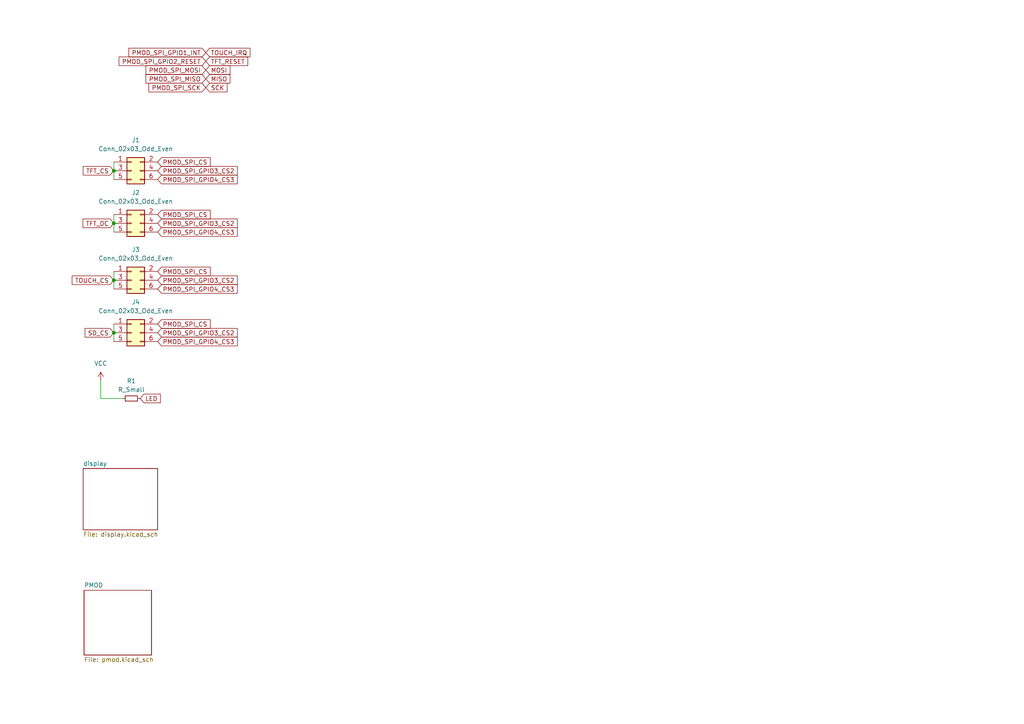
<source format=kicad_sch>
(kicad_sch (version 20230121) (generator eeschema)
  (paper "A4")
  (lib_symbols
    (symbol "Connector_Generic:Conn_02x03_Odd_Even" (pin_names (offset 1.016) hide)
      (property "Reference" "J" (at 1.27 5.08 0))
      (property "Value" "Conn_02x03_Odd_Even" (at 1.27 -5.08 0))
      (symbol "Conn_02x03_Odd_Even_1_1"
        (rectangle (start -1.27 -2.413) (end 0 -2.667) (stroke (width 0.1524)))
        (rectangle (start -1.27 0.127) (end 0 -0.127) (stroke (width 0.1524)))
        (rectangle (start -1.27 2.667) (end 0 2.413) (stroke (width 0.1524)))
        (rectangle (start -1.27 3.81) (end 3.81 -3.81) (stroke (width 0.254)) (fill (type background)))
        (rectangle (start 3.81 -2.413) (end 2.54 -2.667) (stroke (width 0.1524)))
        (rectangle (start 3.81 0.127) (end 2.54 -0.127) (stroke (width 0.1524)))
        (rectangle (start 3.81 2.667) (end 2.54 2.413) (stroke (width 0.1524)))
        (pin passive line (at -5.08 2.54 0) (length 3.81) (name "Pin_1") (number "1"))
        (pin passive line (at 7.62 2.54 180) (length 3.81) (name "Pin_2") (number "2"))
        (pin passive line (at -5.08 0 0) (length 3.81) (name "Pin_3") (number "3"))
        (pin passive line (at 7.62 0 180) (length 3.81) (name "Pin_4") (number "4"))
        (pin passive line (at -5.08 -2.54 0) (length 3.81) (name "Pin_5") (number "5"))
        (pin passive line (at 7.62 -2.54 180) (length 3.81) (name "Pin_6") (number "6"))
      )
    )
    (symbol "Device:R_Small" (pin_numbers hide) (pin_names (offset 0.254) hide)
      (property "Reference" "R" (at 0.762 0.508 0))
      (property "Value" "R_Small" (at 0.762 -1.016 0))
      (symbol "R_Small_0_1"
        (rectangle (start -0.762 1.778) (end 0.762 -1.778) (stroke (width 0.2032)))
      )
      (symbol "R_Small_1_1"
        (pin passive line (at 0 2.54 270) (length 0.762) (name "~") (number "1"))
        (pin passive line (at 0 -2.54 90) (length 0.762) (name "~") (number "2"))
      )
    )
    (symbol "power:VCC" (power) (pin_names (offset 0))
      (property "Value" "VCC" (at 0 3.81 0))
      (symbol "VCC_0_1"
        (polyline (pts (xy -0.762 1.27) (xy 0 2.54)))
        (polyline (pts (xy 0 0) (xy 0 2.54)))
        (polyline (pts (xy 0 2.54) (xy 0.762 1.27)))
      )
      (symbol "VCC_1_1"
        (pin power_in line (at 0 0 90) (length 0) hide (name "VCC") (number "1"))
      )
    )
  )
  (junction (at 33.02 81.28))
  (junction (at 33.02 96.52))
  (junction (at 33.02 49.53))
  (junction (at 33.02 64.77))
  (wire (pts (xy 33.02 64.77) (xy 33.02 67.31)))
  (wire (pts (xy 33.02 49.53) (xy 33.02 52.07)))
  (wire (pts (xy 33.02 93.98) (xy 33.02 96.52)))
  (wire (pts (xy 33.02 62.23) (xy 33.02 64.77)))
  (wire (pts (xy 33.02 81.28) (xy 33.02 83.82)))
  (wire (pts (xy 33.02 78.74) (xy 33.02 81.28)))
  (wire (pts (xy 33.02 46.99) (xy 33.02 49.53)))
  (wire (pts (xy 33.02 96.52) (xy 33.02 99.06)))
  (wire (pts (xy 29.21 115.57) (xy 35.56 115.57)))
  (wire (pts (xy 29.21 110.49) (xy 29.21 115.57)))
  (global_label "TFT_DC" (shape input) (at 33.02 64.77 180) (property "Intersheetrefs" "${INTERSHEET_REFS}" (effects hide)))
  (global_label "PMOD_SPI_SCK" (shape input) (at 59.69 25.4 180) (property "Intersheetrefs" "${INTERSHEET_REFS}" (effects hide)) (property "Intersheet-verwijzingen" "${INTERSHEET_REFS}" (effects hide)))
  (global_label "PMOD_SPI_GPIO4_CS3" (shape input) (at 45.72 83.82 0) (property "Intersheetrefs" "${INTERSHEET_REFS}" (effects hide)) (property "Intersheet-verwijzingen" "${INTERSHEET_REFS}" (effects hide)))
  (global_label "MISO" (shape input) (at 59.69 22.86 0) (property "Intersheetrefs" "${INTERSHEET_REFS}" (effects hide)))
  (global_label "PMOD_SPI_GPIO4_CS3" (shape input) (at 45.72 67.31 0) (property "Intersheetrefs" "${INTERSHEET_REFS}" (effects hide)) (property "Intersheet-verwijzingen" "${INTERSHEET_REFS}" (effects hide)))
  (global_label "PMOD_SPI_CS" (shape input) (at 45.72 62.23 0) (property "Intersheetrefs" "${INTERSHEET_REFS}" (effects hide)) (property "Intersheet-verwijzingen" "${INTERSHEET_REFS}" (effects hide)))
  (global_label "PMOD_SPI_GPIO2_RESET" (shape input) (at 59.69 17.78 180) (property "Intersheetrefs" "${INTERSHEET_REFS}" (effects hide)) (property "Intersheet-verwijzingen" "${INTERSHEET_REFS}" (effects hide)))
  (global_label "PMOD_SPI_CS" (shape input) (at 45.72 93.98 0) (property "Intersheetrefs" "${INTERSHEET_REFS}" (effects hide)) (property "Intersheet-verwijzingen" "${INTERSHEET_REFS}" (effects hide)))
  (global_label "TOUCH_IRQ" (shape input) (at 59.69 15.24 0) (property "Intersheetrefs" "${INTERSHEET_REFS}" (effects hide)))
  (global_label "PMOD_SPI_MISO" (shape input) (at 59.69 22.86 180) (property "Intersheetrefs" "${INTERSHEET_REFS}" (effects hide)) (property "Intersheet-verwijzingen" "${INTERSHEET_REFS}" (effects hide)))
  (global_label "TOUCH_CS" (shape input) (at 33.02 81.28 180) (property "Intersheetrefs" "${INTERSHEET_REFS}" (effects hide)))
  (global_label "PMOD_SPI_GPIO3_CS2" (shape input) (at 45.72 49.53 0) (property "Intersheetrefs" "${INTERSHEET_REFS}" (effects hide)) (property "Intersheet-verwijzingen" "${INTERSHEET_REFS}" (effects hide)))
  (global_label "SD_CS" (shape input) (at 33.02 96.52 180) (property "Intersheetrefs" "${INTERSHEET_REFS}" (effects hide)))
  (global_label "SCK" (shape input) (at 59.69 25.4 0) (property "Intersheetrefs" "${INTERSHEET_REFS}" (effects hide)))
  (global_label "LED" (shape input) (at 40.64 115.57 0) (property "Intersheetrefs" "${INTERSHEET_REFS}" (effects hide)))
  (global_label "PMOD_SPI_GPIO3_CS2" (shape input) (at 45.72 96.52 0) (property "Intersheetrefs" "${INTERSHEET_REFS}" (effects hide)) (property "Intersheet-verwijzingen" "${INTERSHEET_REFS}" (effects hide)))
  (global_label "PMOD_SPI_GPIO1_INT" (shape input) (at 59.69 15.24 180) (property "Intersheetrefs" "${INTERSHEET_REFS}" (effects hide)) (property "Intersheet-verwijzingen" "${INTERSHEET_REFS}" (effects hide)))
  (global_label "PMOD_SPI_CS" (shape input) (at 45.72 46.99 0) (property "Intersheetrefs" "${INTERSHEET_REFS}" (effects hide)) (property "Intersheet-verwijzingen" "${INTERSHEET_REFS}" (effects hide)))
  (global_label "PMOD_SPI_CS" (shape input) (at 45.72 78.74 0) (property "Intersheetrefs" "${INTERSHEET_REFS}" (effects hide)) (property "Intersheet-verwijzingen" "${INTERSHEET_REFS}" (effects hide)))
  (global_label "PMOD_SPI_GPIO4_CS3" (shape input) (at 45.72 99.06 0) (property "Intersheetrefs" "${INTERSHEET_REFS}" (effects hide)) (property "Intersheet-verwijzingen" "${INTERSHEET_REFS}" (effects hide)))
  (global_label "PMOD_SPI_GPIO3_CS2" (shape input) (at 45.72 81.28 0) (property "Intersheetrefs" "${INTERSHEET_REFS}" (effects hide)) (property "Intersheet-verwijzingen" "${INTERSHEET_REFS}" (effects hide)))
  (global_label "TFT_RESET" (shape input) (at 59.69 17.78 0) (property "Intersheetrefs" "${INTERSHEET_REFS}" (effects hide)))
  (global_label "PMOD_SPI_GPIO3_CS2" (shape input) (at 45.72 64.77 0) (property "Intersheetrefs" "${INTERSHEET_REFS}" (effects hide)) (property "Intersheet-verwijzingen" "${INTERSHEET_REFS}" (effects hide)))
  (global_label "TFT_CS" (shape input) (at 33.02 49.53 180) (property "Intersheetrefs" "${INTERSHEET_REFS}" (effects hide)))
  (global_label "PMOD_SPI_GPIO4_CS3" (shape input) (at 45.72 52.07 0) (property "Intersheetrefs" "${INTERSHEET_REFS}" (effects hide)) (property "Intersheet-verwijzingen" "${INTERSHEET_REFS}" (effects hide)))
  (global_label "PMOD_SPI_MOSI" (shape input) (at 59.69 20.32 180) (property "Intersheetrefs" "${INTERSHEET_REFS}" (effects hide)) (property "Intersheet-verwijzingen" "${INTERSHEET_REFS}" (effects hide)))
  (global_label "MOSI" (shape input) (at 59.69 20.32 0) (property "Intersheetrefs" "${INTERSHEET_REFS}" (effects hide)))
  (symbol (lib_id "Connector_Generic:Conn_02x03_Odd_Even") (at 38.1 96.52 0) (unit 1)
    (property "Reference" "J4" (at 39.37 87.63 0))
    (property "Value" "Conn_02x03_Odd_Even" (at 39.37 90.17 0))
    (property "Footprint" "Connector_PinHeader_2.54mm:PinHeader_2x03_P2.54mm_Vertical" (effects hide))
  )
  (symbol (lib_id "Connector_Generic:Conn_02x03_Odd_Even") (at 38.1 49.53 0) (unit 1)
    (property "Reference" "J1" (at 39.37 40.64 0))
    (property "Value" "Conn_02x03_Odd_Even" (at 39.37 43.18 0))
    (property "Footprint" "Connector_PinHeader_2.54mm:PinHeader_2x03_P2.54mm_Vertical" (effects hide))
  )
  (symbol (lib_id "Device:R_Small") (at 38.1 115.57 90) (unit 1)
    (property "Reference" "R1" (at 38.1 110.49 90))
    (property "Value" "R_Small" (at 38.1 113.03 90))
    (property "Footprint" "Resistor_THT:R_Axial_DIN0207_L6.3mm_D2.5mm_P10.16mm_Horizontal" (effects hide))
  )
  (symbol (lib_id "power:VCC") (at 29.21 110.49 0) (unit 1)
    (property "Reference" "#PWR03" (effects hide))
    (property "Value" "VCC" (at 29.21 105.41 0))
  )
  (symbol (lib_id "Connector_Generic:Conn_02x03_Odd_Even") (at 38.1 81.28 0) (unit 1)
    (property "Reference" "J3" (at 39.37 72.39 0))
    (property "Value" "Conn_02x03_Odd_Even" (at 39.37 74.93 0))
    (property "Footprint" "Connector_PinHeader_2.54mm:PinHeader_2x03_P2.54mm_Vertical" (effects hide))
  )
  (symbol (lib_id "Connector_Generic:Conn_02x03_Odd_Even") (at 38.1 64.77 0) (unit 1)
    (property "Reference" "J2" (at 39.37 55.88 0))
    (property "Value" "Conn_02x03_Odd_Even" (at 39.37 58.42 0))
    (property "Footprint" "Connector_PinHeader_2.54mm:PinHeader_2x03_P2.54mm_Vertical" (effects hide))
  )
  (sheet (at 24.384 171.196) (size 19.558 18.796) (stroke (width 0.1524))
    (property "Sheetname" "PMOD" (at 24.384 170.4844 0) (effects (justify left bottom)))
    (property "Sheetfile" "pmod.kicad_sch" (at 24.384 190.5766 0) (effects (justify left top)))
  )
  (sheet (at 24.13 135.89) (size 21.59 17.78) (stroke (width 0.1524))
    (property "Sheetname" "display" (at 24.13 135.1784 0) (effects (justify left bottom)))
    (property "Sheetfile" "display.kicad_sch" (at 24.13 154.2546 0) (effects (justify left top)))
  )
)
</source>
